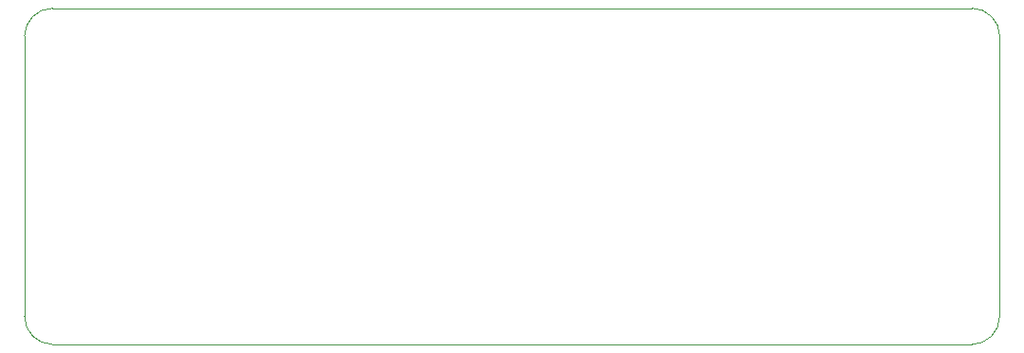
<source format=gbr>
G04*
G04 #@! TF.GenerationSoftware,Altium Limited,Altium Designer,24.9.1 (31)*
G04*
G04 Layer_Color=0*
%FSLAX25Y25*%
%MOIN*%
G70*
G04*
G04 #@! TF.SameCoordinates,BE83DA22-E0C5-4DDF-BF2C-7847B46FCBB1*
G04*
G04*
G04 #@! TF.FilePolarity,Positive*
G04*
G01*
G75*
%ADD63C,0.00100*%
D63*
X0Y9843D02*
Y108268D01*
D02*
G02*
X9843Y118110I9842J0D01*
G01*
X332677D01*
D02*
G02*
X342520Y108268I0J-9843D01*
G01*
Y9843D01*
D02*
G02*
X332677Y-0I-9843J-0D01*
G01*
X9843Y0D01*
D02*
G02*
X0Y9843I-0J9842D01*
G01*
M02*

</source>
